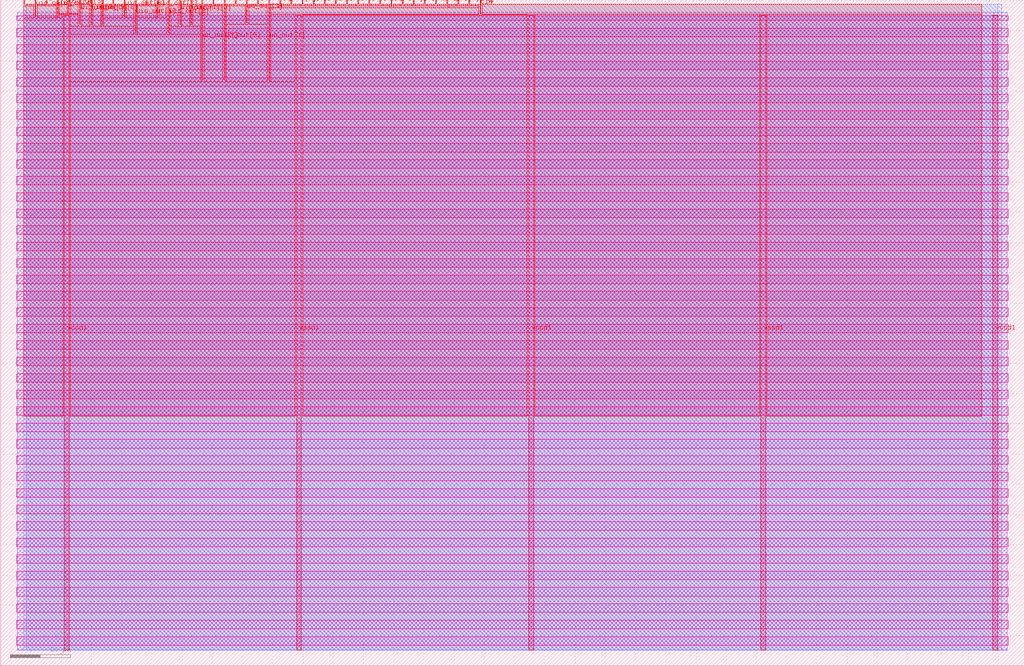
<source format=lef>
VERSION 5.7 ;
  NOWIREEXTENSIONATPIN ON ;
  DIVIDERCHAR "/" ;
  BUSBITCHARS "[]" ;
MACRO tt_um_greycode_top
  CLASS BLOCK ;
  FOREIGN tt_um_greycode_top ;
  ORIGIN 0.000 0.000 ;
  SIZE 338.560 BY 220.320 ;
  PIN clk
    DIRECTION INPUT ;
    USE SIGNAL ;
    PORT
      LAYER met4 ;
        RECT 158.550 215.750 158.850 220.320 ;
    END
  END clk
  PIN ena
    DIRECTION INPUT ;
    USE SIGNAL ;
    PORT
      LAYER met4 ;
        RECT 162.230 219.320 162.530 220.320 ;
    END
  END ena
  PIN rst_n
    DIRECTION INPUT ;
    USE SIGNAL ;
    PORT
      LAYER met4 ;
        RECT 154.870 218.780 155.170 220.320 ;
    END
  END rst_n
  PIN ui_in[0]
    DIRECTION INPUT ;
    USE SIGNAL ;
    PORT
      LAYER met4 ;
        RECT 151.190 218.780 151.490 220.320 ;
    END
  END ui_in[0]
  PIN ui_in[1]
    DIRECTION INPUT ;
    USE SIGNAL ;
    PORT
      LAYER met4 ;
        RECT 147.510 218.100 147.810 220.320 ;
    END
  END ui_in[1]
  PIN ui_in[2]
    DIRECTION INPUT ;
    USE SIGNAL ;
    PORT
      LAYER met4 ;
        RECT 143.830 218.780 144.130 220.320 ;
    END
  END ui_in[2]
  PIN ui_in[3]
    DIRECTION INPUT ;
    USE SIGNAL ;
    PORT
      LAYER met4 ;
        RECT 140.150 218.780 140.450 220.320 ;
    END
  END ui_in[3]
  PIN ui_in[4]
    DIRECTION INPUT ;
    USE SIGNAL ;
    PORT
      LAYER met4 ;
        RECT 136.470 218.780 136.770 220.320 ;
    END
  END ui_in[4]
  PIN ui_in[5]
    DIRECTION INPUT ;
    USE SIGNAL ;
    PORT
      LAYER met4 ;
        RECT 132.790 218.780 133.090 220.320 ;
    END
  END ui_in[5]
  PIN ui_in[6]
    DIRECTION INPUT ;
    USE SIGNAL ;
    PORT
      LAYER met4 ;
        RECT 129.110 218.100 129.410 220.320 ;
    END
  END ui_in[6]
  PIN ui_in[7]
    DIRECTION INPUT ;
    USE SIGNAL ;
    PORT
      LAYER met4 ;
        RECT 125.430 218.780 125.730 220.320 ;
    END
  END ui_in[7]
  PIN uio_in[0]
    DIRECTION INPUT ;
    USE SIGNAL ;
    PORT
      LAYER met4 ;
        RECT 121.750 218.780 122.050 220.320 ;
    END
  END uio_in[0]
  PIN uio_in[1]
    DIRECTION INPUT ;
    USE SIGNAL ;
    PORT
      LAYER met4 ;
        RECT 118.070 218.780 118.370 220.320 ;
    END
  END uio_in[1]
  PIN uio_in[2]
    DIRECTION INPUT ;
    USE SIGNAL ;
    PORT
      LAYER met4 ;
        RECT 114.390 218.780 114.690 220.320 ;
    END
  END uio_in[2]
  PIN uio_in[3]
    DIRECTION INPUT ;
    USE SIGNAL ;
    PORT
      LAYER met4 ;
        RECT 110.710 218.780 111.010 220.320 ;
    END
  END uio_in[3]
  PIN uio_in[4]
    DIRECTION INPUT ;
    USE SIGNAL ;
    PORT
      LAYER met4 ;
        RECT 107.030 218.780 107.330 220.320 ;
    END
  END uio_in[4]
  PIN uio_in[5]
    DIRECTION INPUT ;
    USE SIGNAL ;
    PORT
      LAYER met4 ;
        RECT 103.350 218.780 103.650 220.320 ;
    END
  END uio_in[5]
  PIN uio_in[6]
    DIRECTION INPUT ;
    USE SIGNAL ;
    PORT
      LAYER met4 ;
        RECT 99.670 218.780 99.970 220.320 ;
    END
  END uio_in[6]
  PIN uio_in[7]
    DIRECTION INPUT ;
    USE SIGNAL ;
    PORT
      LAYER met4 ;
        RECT 95.990 218.780 96.290 220.320 ;
    END
  END uio_in[7]
  PIN uio_oe[0]
    DIRECTION OUTPUT TRISTATE ;
    USE SIGNAL ;
    PORT
      LAYER met4 ;
        RECT 33.430 211.980 33.730 220.320 ;
    END
  END uio_oe[0]
  PIN uio_oe[1]
    DIRECTION OUTPUT TRISTATE ;
    USE SIGNAL ;
    PORT
      LAYER met4 ;
        RECT 29.750 211.980 30.050 220.320 ;
    END
  END uio_oe[1]
  PIN uio_oe[2]
    DIRECTION OUTPUT TRISTATE ;
    USE SIGNAL ;
    PORT
      LAYER met4 ;
        RECT 26.070 211.980 26.370 220.320 ;
    END
  END uio_oe[2]
  PIN uio_oe[3]
    DIRECTION OUTPUT TRISTATE ;
    USE SIGNAL ;
    PORT
      LAYER met4 ;
        RECT 22.390 216.060 22.690 220.320 ;
    END
  END uio_oe[3]
  PIN uio_oe[4]
    DIRECTION OUTPUT TRISTATE ;
    USE SIGNAL ;
    PORT
      LAYER met4 ;
        RECT 18.710 214.700 19.010 220.320 ;
    END
  END uio_oe[4]
  PIN uio_oe[5]
    DIRECTION OUTPUT TRISTATE ;
    USE SIGNAL ;
    PORT
      LAYER met4 ;
        RECT 15.030 218.780 15.330 220.320 ;
    END
  END uio_oe[5]
  PIN uio_oe[6]
    DIRECTION OUTPUT TRISTATE ;
    USE SIGNAL ;
    PORT
      LAYER met4 ;
        RECT 11.350 214.700 11.650 220.320 ;
    END
  END uio_oe[6]
  PIN uio_oe[7]
    DIRECTION OUTPUT TRISTATE ;
    USE SIGNAL ;
    PORT
      LAYER met4 ;
        RECT 7.670 218.780 7.970 220.320 ;
    END
  END uio_oe[7]
  PIN uio_out[0]
    DIRECTION OUTPUT TRISTATE ;
    USE SIGNAL ;
    PORT
      LAYER met4 ;
        RECT 62.870 211.980 63.170 220.320 ;
    END
  END uio_out[0]
  PIN uio_out[1]
    DIRECTION OUTPUT TRISTATE ;
    USE SIGNAL ;
    PORT
      LAYER met4 ;
        RECT 59.190 211.980 59.490 220.320 ;
    END
  END uio_out[1]
  PIN uio_out[2]
    DIRECTION OUTPUT TRISTATE ;
    USE SIGNAL ;
    PORT
      LAYER met4 ;
        RECT 55.510 209.260 55.810 220.320 ;
    END
  END uio_out[2]
  PIN uio_out[3]
    DIRECTION OUTPUT TRISTATE ;
    USE SIGNAL ;
    PORT
      LAYER met4 ;
        RECT 51.830 214.700 52.130 220.320 ;
    END
  END uio_out[3]
  PIN uio_out[4]
    DIRECTION OUTPUT TRISTATE ;
    USE SIGNAL ;
    PORT
      LAYER met4 ;
        RECT 48.150 218.780 48.450 220.320 ;
    END
  END uio_out[4]
  PIN uio_out[5]
    DIRECTION OUTPUT TRISTATE ;
    USE SIGNAL ;
    PORT
      LAYER met4 ;
        RECT 44.470 209.260 44.770 220.320 ;
    END
  END uio_out[5]
  PIN uio_out[6]
    DIRECTION OUTPUT TRISTATE ;
    USE SIGNAL ;
    PORT
      LAYER met4 ;
        RECT 40.790 214.700 41.090 220.320 ;
    END
  END uio_out[6]
  PIN uio_out[7]
    DIRECTION OUTPUT TRISTATE ;
    USE SIGNAL ;
    PORT
      LAYER met4 ;
        RECT 37.110 218.780 37.410 220.320 ;
    END
  END uio_out[7]
  PIN uo_out[0]
    DIRECTION OUTPUT TRISTATE ;
    USE SIGNAL ;
    PORT
      LAYER met4 ;
        RECT 92.310 218.100 92.610 220.320 ;
    END
  END uo_out[0]
  PIN uo_out[1]
    DIRECTION OUTPUT TRISTATE ;
    USE SIGNAL ;
    PORT
      LAYER met4 ;
        RECT 88.630 193.620 88.930 220.320 ;
    END
  END uo_out[1]
  PIN uo_out[2]
    DIRECTION OUTPUT TRISTATE ;
    USE SIGNAL ;
    PORT
      LAYER met4 ;
        RECT 84.950 218.780 85.250 220.320 ;
    END
  END uo_out[2]
  PIN uo_out[3]
    DIRECTION OUTPUT TRISTATE ;
    USE SIGNAL ;
    PORT
      LAYER met4 ;
        RECT 81.270 212.660 81.570 220.320 ;
    END
  END uo_out[3]
  PIN uo_out[4]
    DIRECTION OUTPUT TRISTATE ;
    USE SIGNAL ;
    PORT
      LAYER met4 ;
        RECT 77.590 218.780 77.890 220.320 ;
    END
  END uo_out[4]
  PIN uo_out[5]
    DIRECTION OUTPUT TRISTATE ;
    USE SIGNAL ;
    PORT
      LAYER met4 ;
        RECT 73.910 193.620 74.210 220.320 ;
    END
  END uo_out[5]
  PIN uo_out[6]
    DIRECTION OUTPUT TRISTATE ;
    USE SIGNAL ;
    PORT
      LAYER met4 ;
        RECT 70.230 218.780 70.530 220.320 ;
    END
  END uo_out[6]
  PIN uo_out[7]
    DIRECTION OUTPUT TRISTATE ;
    USE SIGNAL ;
    PORT
      LAYER met4 ;
        RECT 66.550 193.620 66.850 220.320 ;
    END
  END uo_out[7]
  PIN vccd1
    DIRECTION INOUT ;
    USE POWER ;
    PORT
      LAYER met4 ;
        RECT 21.040 5.200 22.640 215.120 ;
    END
    PORT
      LAYER met4 ;
        RECT 174.640 5.200 176.240 215.120 ;
    END
    PORT
      LAYER met4 ;
        RECT 328.240 5.200 329.840 215.120 ;
    END
  END vccd1
  PIN vssd1
    DIRECTION INOUT ;
    USE GROUND ;
    PORT
      LAYER met4 ;
        RECT 97.840 5.200 99.440 215.120 ;
    END
    PORT
      LAYER met4 ;
        RECT 251.440 5.200 253.040 215.120 ;
    END
  END vssd1
  OBS
      LAYER nwell ;
        RECT 5.330 213.465 333.230 215.070 ;
        RECT 5.330 208.025 333.230 210.855 ;
        RECT 5.330 202.585 333.230 205.415 ;
        RECT 5.330 197.145 333.230 199.975 ;
        RECT 5.330 191.705 333.230 194.535 ;
        RECT 5.330 186.265 333.230 189.095 ;
        RECT 5.330 180.825 333.230 183.655 ;
        RECT 5.330 175.385 333.230 178.215 ;
        RECT 5.330 169.945 333.230 172.775 ;
        RECT 5.330 164.505 333.230 167.335 ;
        RECT 5.330 159.065 333.230 161.895 ;
        RECT 5.330 153.625 333.230 156.455 ;
        RECT 5.330 148.185 333.230 151.015 ;
        RECT 5.330 142.745 333.230 145.575 ;
        RECT 5.330 137.305 333.230 140.135 ;
        RECT 5.330 131.865 333.230 134.695 ;
        RECT 5.330 126.425 333.230 129.255 ;
        RECT 5.330 120.985 333.230 123.815 ;
        RECT 5.330 115.545 333.230 118.375 ;
        RECT 5.330 110.105 333.230 112.935 ;
        RECT 5.330 104.665 333.230 107.495 ;
        RECT 5.330 99.225 333.230 102.055 ;
        RECT 5.330 93.785 333.230 96.615 ;
        RECT 5.330 88.345 333.230 91.175 ;
        RECT 5.330 82.905 333.230 85.735 ;
        RECT 5.330 77.465 333.230 80.295 ;
        RECT 5.330 72.025 333.230 74.855 ;
        RECT 5.330 66.585 333.230 69.415 ;
        RECT 5.330 61.145 333.230 63.975 ;
        RECT 5.330 55.705 333.230 58.535 ;
        RECT 5.330 50.265 333.230 53.095 ;
        RECT 5.330 44.825 333.230 47.655 ;
        RECT 5.330 39.385 333.230 42.215 ;
        RECT 5.330 33.945 333.230 36.775 ;
        RECT 5.330 28.505 333.230 31.335 ;
        RECT 5.330 23.065 333.230 25.895 ;
        RECT 5.330 17.625 333.230 20.455 ;
        RECT 5.330 12.185 333.230 15.015 ;
        RECT 5.330 6.745 333.230 9.575 ;
      LAYER li1 ;
        RECT 5.520 5.355 333.040 214.965 ;
      LAYER met1 ;
        RECT 5.520 5.200 333.040 216.200 ;
      LAYER met2 ;
        RECT 8.380 5.255 331.100 218.805 ;
      LAYER met3 ;
        RECT 7.630 5.275 329.830 218.785 ;
      LAYER met4 ;
        RECT 8.370 218.380 10.950 218.785 ;
        RECT 7.655 214.300 10.950 218.380 ;
        RECT 12.050 218.380 14.630 218.785 ;
        RECT 15.730 218.380 18.310 218.785 ;
        RECT 12.050 214.300 18.310 218.380 ;
        RECT 19.410 215.660 21.990 218.785 ;
        RECT 23.090 215.660 25.670 218.785 ;
        RECT 19.410 215.520 25.670 215.660 ;
        RECT 19.410 214.300 20.640 215.520 ;
        RECT 7.655 82.455 20.640 214.300 ;
        RECT 23.040 211.580 25.670 215.520 ;
        RECT 26.770 211.580 29.350 218.785 ;
        RECT 30.450 211.580 33.030 218.785 ;
        RECT 34.130 218.380 36.710 218.785 ;
        RECT 37.810 218.380 40.390 218.785 ;
        RECT 34.130 214.300 40.390 218.380 ;
        RECT 41.490 214.300 44.070 218.785 ;
        RECT 34.130 211.580 44.070 214.300 ;
        RECT 23.040 208.860 44.070 211.580 ;
        RECT 45.170 218.380 47.750 218.785 ;
        RECT 48.850 218.380 51.430 218.785 ;
        RECT 45.170 214.300 51.430 218.380 ;
        RECT 52.530 214.300 55.110 218.785 ;
        RECT 45.170 208.860 55.110 214.300 ;
        RECT 56.210 211.580 58.790 218.785 ;
        RECT 59.890 211.580 62.470 218.785 ;
        RECT 63.570 211.580 66.150 218.785 ;
        RECT 56.210 208.860 66.150 211.580 ;
        RECT 23.040 193.220 66.150 208.860 ;
        RECT 67.250 218.380 69.830 218.785 ;
        RECT 70.930 218.380 73.510 218.785 ;
        RECT 67.250 193.220 73.510 218.380 ;
        RECT 74.610 218.380 77.190 218.785 ;
        RECT 78.290 218.380 80.870 218.785 ;
        RECT 74.610 212.260 80.870 218.380 ;
        RECT 81.970 218.380 84.550 218.785 ;
        RECT 85.650 218.380 88.230 218.785 ;
        RECT 81.970 212.260 88.230 218.380 ;
        RECT 74.610 193.220 88.230 212.260 ;
        RECT 89.330 217.700 91.910 218.785 ;
        RECT 93.010 218.380 95.590 218.785 ;
        RECT 96.690 218.380 99.270 218.785 ;
        RECT 100.370 218.380 102.950 218.785 ;
        RECT 104.050 218.380 106.630 218.785 ;
        RECT 107.730 218.380 110.310 218.785 ;
        RECT 111.410 218.380 113.990 218.785 ;
        RECT 115.090 218.380 117.670 218.785 ;
        RECT 118.770 218.380 121.350 218.785 ;
        RECT 122.450 218.380 125.030 218.785 ;
        RECT 126.130 218.380 128.710 218.785 ;
        RECT 93.010 217.700 128.710 218.380 ;
        RECT 129.810 218.380 132.390 218.785 ;
        RECT 133.490 218.380 136.070 218.785 ;
        RECT 137.170 218.380 139.750 218.785 ;
        RECT 140.850 218.380 143.430 218.785 ;
        RECT 144.530 218.380 147.110 218.785 ;
        RECT 129.810 217.700 147.110 218.380 ;
        RECT 148.210 218.380 150.790 218.785 ;
        RECT 151.890 218.380 154.470 218.785 ;
        RECT 155.570 218.380 158.150 218.785 ;
        RECT 148.210 217.700 158.150 218.380 ;
        RECT 89.330 215.520 158.150 217.700 ;
        RECT 89.330 193.220 97.440 215.520 ;
        RECT 23.040 82.455 97.440 193.220 ;
        RECT 99.840 215.350 158.150 215.520 ;
        RECT 159.250 215.520 324.465 218.785 ;
        RECT 159.250 215.350 174.240 215.520 ;
        RECT 99.840 82.455 174.240 215.350 ;
        RECT 176.640 82.455 251.040 215.520 ;
        RECT 253.440 82.455 324.465 215.520 ;
  END
END tt_um_greycode_top
END LIBRARY


</source>
